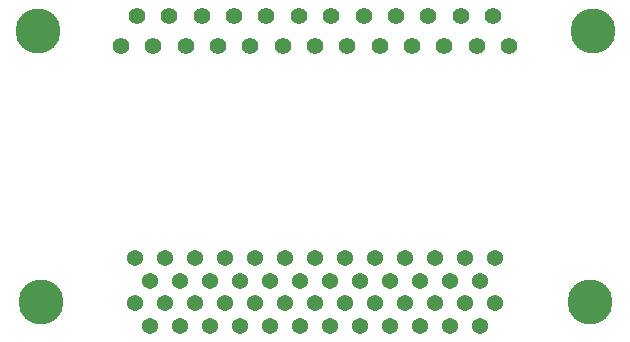
<source format=gbs>
G04 #@! TF.GenerationSoftware,KiCad,Pcbnew,8.0.9*
G04 #@! TF.CreationDate,2025-06-24T22:52:29+09:00*
G04 #@! TF.ProjectId,scsi_d25p50k_adapter,73637369-5f64-4323-9570-35306b5f6164,rev?*
G04 #@! TF.SameCoordinates,Original*
G04 #@! TF.FileFunction,Soldermask,Bot*
G04 #@! TF.FilePolarity,Negative*
%FSLAX46Y46*%
G04 Gerber Fmt 4.6, Leading zero omitted, Abs format (unit mm)*
G04 Created by KiCad (PCBNEW 8.0.9) date 2025-06-24 22:52:29*
%MOMM*%
%LPD*%
G01*
G04 APERTURE LIST*
%ADD10C,1.371600*%
%ADD11C,3.810000*%
%ADD12C,1.397000*%
G04 APERTURE END LIST*
D10*
X130260000Y-115500000D03*
X131530000Y-117405000D03*
X132800000Y-115500000D03*
X134070000Y-117405000D03*
X135340000Y-115500000D03*
X136610000Y-117405000D03*
X137880000Y-115500000D03*
X139150000Y-117405000D03*
X140420000Y-115500000D03*
X141690000Y-117405000D03*
X142960000Y-115500000D03*
X144230000Y-117405000D03*
X145500000Y-115500000D03*
X146770000Y-117405000D03*
X148040000Y-115500000D03*
X149310000Y-117405000D03*
X150580000Y-115500000D03*
X151850000Y-117405000D03*
X153120000Y-115500000D03*
X154390000Y-117405000D03*
X155660000Y-115500000D03*
X156930000Y-117405000D03*
X158200000Y-115500000D03*
X159470000Y-117405000D03*
X160740000Y-115500000D03*
X130260000Y-119310000D03*
X131530000Y-121215000D03*
X132800000Y-119310000D03*
X134070000Y-121215000D03*
X135340000Y-119310000D03*
X136610000Y-121215000D03*
X137880000Y-119310000D03*
X139150000Y-121215000D03*
X140420000Y-119310000D03*
X141690000Y-121215000D03*
X142960000Y-119310000D03*
X144230000Y-121215000D03*
X145500000Y-119310000D03*
X146770000Y-121215000D03*
X148040000Y-119310000D03*
X149310000Y-121215000D03*
X150580000Y-119310000D03*
X151850000Y-121215000D03*
X153120000Y-119310000D03*
X154390000Y-121215000D03*
X155660000Y-119310000D03*
X156930000Y-121215000D03*
X158200000Y-119310000D03*
X159470000Y-121215000D03*
X160740000Y-119310000D03*
D11*
X168741000Y-119208400D03*
X122259000Y-119208400D03*
D12*
X129060002Y-97540000D03*
X131800002Y-97540000D03*
X134540002Y-97540000D03*
X137280001Y-97540000D03*
X140020001Y-97540000D03*
X142760000Y-97540000D03*
X145500000Y-97540000D03*
X148240000Y-97540000D03*
X150979999Y-97540000D03*
X153719999Y-97540000D03*
X156459998Y-97540000D03*
X159199998Y-97540000D03*
X161939998Y-97540000D03*
X130430002Y-95000000D03*
X133170002Y-95000000D03*
X135910001Y-95000000D03*
X138650001Y-95000000D03*
X141390001Y-95000000D03*
X144130000Y-95000000D03*
X146870000Y-95000000D03*
X149609999Y-95000000D03*
X152349999Y-95000000D03*
X155089999Y-95000000D03*
X157829998Y-95000000D03*
X160569998Y-95000000D03*
D11*
X122005000Y-96270000D03*
X168995000Y-96270000D03*
M02*

</source>
